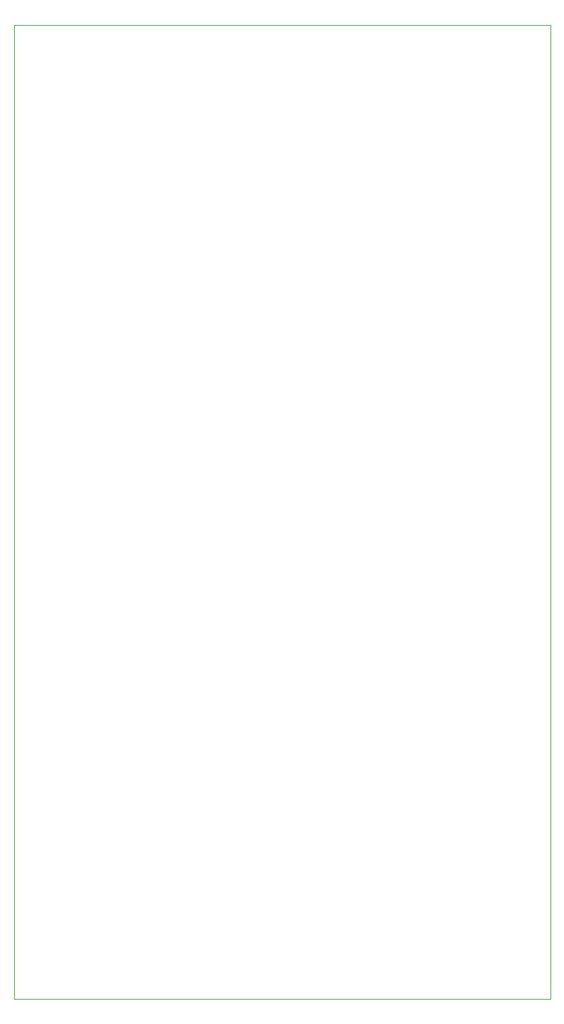
<source format=gbr>
%TF.GenerationSoftware,KiCad,Pcbnew,7.0.1*%
%TF.CreationDate,2024-01-09T19:04:10-05:00*%
%TF.ProjectId,common_faceplate,636f6d6d-6f6e-45f6-9661-6365706c6174,rev?*%
%TF.SameCoordinates,Original*%
%TF.FileFunction,Profile,NP*%
%FSLAX46Y46*%
G04 Gerber Fmt 4.6, Leading zero omitted, Abs format (unit mm)*
G04 Created by KiCad (PCBNEW 7.0.1) date 2024-01-09 19:04:10*
%MOMM*%
%LPD*%
G01*
G04 APERTURE LIST*
%TA.AperFunction,Profile*%
%ADD10C,0.100000*%
%TD*%
G04 APERTURE END LIST*
D10*
X40100000Y-30000000D02*
X110900000Y-30000000D01*
X110900000Y-158500000D01*
X40100000Y-158500000D01*
X40100000Y-30000000D01*
M02*

</source>
